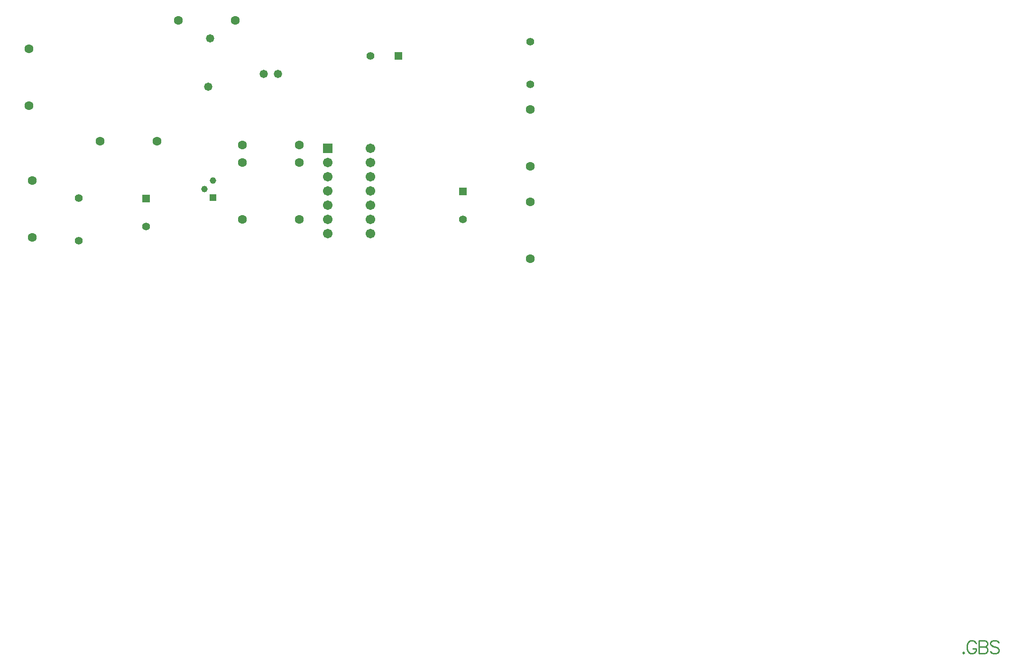
<source format=gbs>
G04*
G04 #@! TF.GenerationSoftware,Altium Limited,Altium Designer,23.11.1 (41)*
G04*
G04 Layer_Color=16711935*
%FSLAX25Y25*%
%MOIN*%
G70*
G04*
G04 #@! TF.SameCoordinates,DA4C2B11-B2A6-48E5-B279-5A3AD9B65692*
G04*
G04*
G04 #@! TF.FilePolarity,Negative*
G04*
G01*
G75*
%ADD15C,0.00900*%
%ADD18C,0.06312*%
%ADD19C,0.06706*%
%ADD20R,0.06706X0.06706*%
%ADD21C,0.05524*%
%ADD22R,0.05524X0.05524*%
%ADD23R,0.05524X0.05524*%
%ADD24R,0.04528X0.04528*%
%ADD25C,0.04528*%
%ADD26C,0.05800*%
D15*
X676828Y-261943D02*
X676400Y-262371D01*
X676828Y-262800D01*
X677257Y-262371D01*
X676828Y-261943D01*
X685655Y-255944D02*
X685227Y-255087D01*
X684370Y-254230D01*
X683513Y-253802D01*
X681799D01*
X680942Y-254230D01*
X680085Y-255087D01*
X679657Y-255944D01*
X679228Y-257230D01*
Y-259372D01*
X679657Y-260658D01*
X680085Y-261515D01*
X680942Y-262371D01*
X681799Y-262800D01*
X683513D01*
X684370Y-262371D01*
X685227Y-261515D01*
X685655Y-260658D01*
Y-259372D01*
X683513D02*
X685655D01*
X687712Y-253802D02*
Y-262800D01*
Y-253802D02*
X691568D01*
X692854Y-254230D01*
X693282Y-254659D01*
X693711Y-255516D01*
Y-256373D01*
X693282Y-257230D01*
X692854Y-257658D01*
X691568Y-258087D01*
X687712D02*
X691568D01*
X692854Y-258515D01*
X693282Y-258944D01*
X693711Y-259801D01*
Y-261086D01*
X693282Y-261943D01*
X692854Y-262371D01*
X691568Y-262800D01*
X687712D01*
X701723Y-255087D02*
X700866Y-254230D01*
X699581Y-253802D01*
X697867D01*
X696581Y-254230D01*
X695724Y-255087D01*
Y-255944D01*
X696153Y-256801D01*
X696581Y-257230D01*
X697438Y-257658D01*
X700009Y-258515D01*
X700866Y-258944D01*
X701295Y-259372D01*
X701723Y-260229D01*
Y-261515D01*
X700866Y-262371D01*
X699581Y-262800D01*
X697867D01*
X696581Y-262371D01*
X695724Y-261515D01*
D18*
X170000Y42500D02*
D03*
Y82500D02*
D03*
X210000Y42500D02*
D03*
Y82500D02*
D03*
Y95000D02*
D03*
X170000D02*
D03*
X70000Y97500D02*
D03*
X110000D02*
D03*
X20000Y162500D02*
D03*
X372500Y120000D02*
D03*
Y80000D02*
D03*
X165000Y182500D02*
D03*
X125000D02*
D03*
X22500Y30000D02*
D03*
Y70000D02*
D03*
X20000Y122500D02*
D03*
X372500Y55000D02*
D03*
Y15000D02*
D03*
D19*
X260000Y32500D02*
D03*
Y42500D02*
D03*
Y52500D02*
D03*
Y62500D02*
D03*
Y72500D02*
D03*
Y82500D02*
D03*
Y92500D02*
D03*
X230000Y32500D02*
D03*
Y42500D02*
D03*
Y52500D02*
D03*
Y62500D02*
D03*
Y72500D02*
D03*
Y82500D02*
D03*
D20*
Y92500D02*
D03*
D21*
X102500Y37657D02*
D03*
X325000Y42500D02*
D03*
X260157Y157500D02*
D03*
X372500Y167500D02*
D03*
Y137500D02*
D03*
X55000Y57500D02*
D03*
Y27500D02*
D03*
D22*
X102500Y57342D02*
D03*
X325000Y62185D02*
D03*
D23*
X279842Y157500D02*
D03*
D24*
X149500Y58000D02*
D03*
D25*
Y70000D02*
D03*
X143500Y64000D02*
D03*
D26*
X147500Y170000D02*
D03*
X195000Y145000D02*
D03*
X185000D02*
D03*
X145891Y135891D02*
D03*
M02*

</source>
